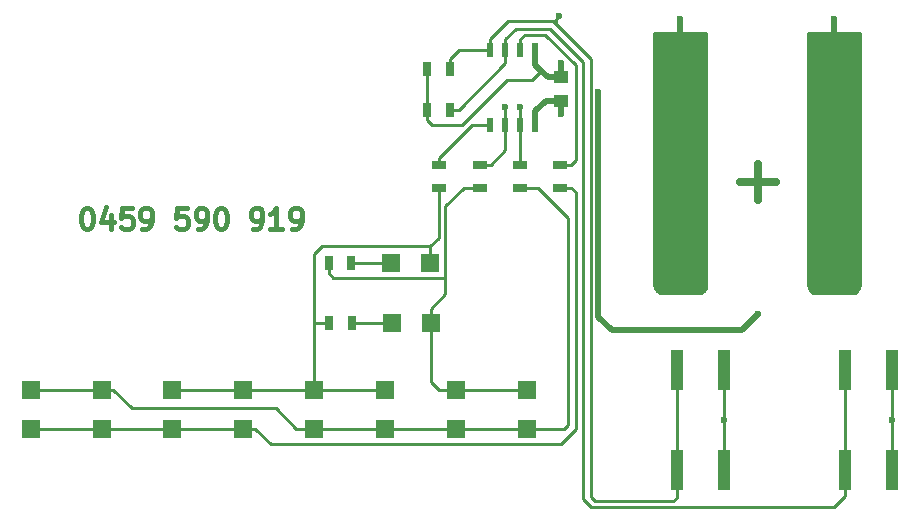
<source format=gbr>
G04 #@! TF.FileFunction,Copper,L1,Top,Signal*
%FSLAX46Y46*%
G04 Gerber Fmt 4.6, Leading zero omitted, Abs format (unit mm)*
G04 Created by KiCad (PCBNEW 4.0.7) date 07/08/18 18:21:33*
%MOMM*%
%LPD*%
G01*
G04 APERTURE LIST*
%ADD10C,0.100000*%
%ADD11C,0.700000*%
%ADD12C,0.400000*%
%ADD13R,1.500000X1.500000*%
%ADD14R,1.250000X1.000000*%
%ADD15R,0.700000X1.300000*%
%ADD16R,1.300000X0.700000*%
%ADD17R,0.508000X1.143000*%
%ADD18R,1.000000X3.500000*%
%ADD19C,0.600000*%
%ADD20C,0.250000*%
%ADD21C,0.500000*%
%ADD22C,0.254000*%
G04 APERTURE END LIST*
D10*
D11*
X127024191Y-78771714D02*
X130071810Y-78771714D01*
X128548000Y-80295524D02*
X128548000Y-77247905D01*
D12*
X71701332Y-80968167D02*
X71867999Y-80968167D01*
X72034665Y-81051500D01*
X72117999Y-81134833D01*
X72201332Y-81301500D01*
X72284665Y-81634833D01*
X72284665Y-82051500D01*
X72201332Y-82384833D01*
X72117999Y-82551500D01*
X72034665Y-82634833D01*
X71867999Y-82718167D01*
X71701332Y-82718167D01*
X71534665Y-82634833D01*
X71451332Y-82551500D01*
X71367999Y-82384833D01*
X71284665Y-82051500D01*
X71284665Y-81634833D01*
X71367999Y-81301500D01*
X71451332Y-81134833D01*
X71534665Y-81051500D01*
X71701332Y-80968167D01*
X73784666Y-81551500D02*
X73784666Y-82718167D01*
X73367999Y-80884833D02*
X72951332Y-82134833D01*
X74034666Y-82134833D01*
X75534666Y-80968167D02*
X74701333Y-80968167D01*
X74617999Y-81801500D01*
X74701333Y-81718167D01*
X74867999Y-81634833D01*
X75284666Y-81634833D01*
X75451333Y-81718167D01*
X75534666Y-81801500D01*
X75617999Y-81968167D01*
X75617999Y-82384833D01*
X75534666Y-82551500D01*
X75451333Y-82634833D01*
X75284666Y-82718167D01*
X74867999Y-82718167D01*
X74701333Y-82634833D01*
X74617999Y-82551500D01*
X76451333Y-82718167D02*
X76784666Y-82718167D01*
X76951333Y-82634833D01*
X77034666Y-82551500D01*
X77201333Y-82301500D01*
X77284666Y-81968167D01*
X77284666Y-81301500D01*
X77201333Y-81134833D01*
X77118000Y-81051500D01*
X76951333Y-80968167D01*
X76618000Y-80968167D01*
X76451333Y-81051500D01*
X76368000Y-81134833D01*
X76284666Y-81301500D01*
X76284666Y-81718167D01*
X76368000Y-81884833D01*
X76451333Y-81968167D01*
X76618000Y-82051500D01*
X76951333Y-82051500D01*
X77118000Y-81968167D01*
X77201333Y-81884833D01*
X77284666Y-81718167D01*
X80201333Y-80968167D02*
X79368000Y-80968167D01*
X79284666Y-81801500D01*
X79368000Y-81718167D01*
X79534666Y-81634833D01*
X79951333Y-81634833D01*
X80118000Y-81718167D01*
X80201333Y-81801500D01*
X80284666Y-81968167D01*
X80284666Y-82384833D01*
X80201333Y-82551500D01*
X80118000Y-82634833D01*
X79951333Y-82718167D01*
X79534666Y-82718167D01*
X79368000Y-82634833D01*
X79284666Y-82551500D01*
X81118000Y-82718167D02*
X81451333Y-82718167D01*
X81618000Y-82634833D01*
X81701333Y-82551500D01*
X81868000Y-82301500D01*
X81951333Y-81968167D01*
X81951333Y-81301500D01*
X81868000Y-81134833D01*
X81784667Y-81051500D01*
X81618000Y-80968167D01*
X81284667Y-80968167D01*
X81118000Y-81051500D01*
X81034667Y-81134833D01*
X80951333Y-81301500D01*
X80951333Y-81718167D01*
X81034667Y-81884833D01*
X81118000Y-81968167D01*
X81284667Y-82051500D01*
X81618000Y-82051500D01*
X81784667Y-81968167D01*
X81868000Y-81884833D01*
X81951333Y-81718167D01*
X83034667Y-80968167D02*
X83201334Y-80968167D01*
X83368000Y-81051500D01*
X83451334Y-81134833D01*
X83534667Y-81301500D01*
X83618000Y-81634833D01*
X83618000Y-82051500D01*
X83534667Y-82384833D01*
X83451334Y-82551500D01*
X83368000Y-82634833D01*
X83201334Y-82718167D01*
X83034667Y-82718167D01*
X82868000Y-82634833D01*
X82784667Y-82551500D01*
X82701334Y-82384833D01*
X82618000Y-82051500D01*
X82618000Y-81634833D01*
X82701334Y-81301500D01*
X82784667Y-81134833D01*
X82868000Y-81051500D01*
X83034667Y-80968167D01*
X85784667Y-82718167D02*
X86118000Y-82718167D01*
X86284667Y-82634833D01*
X86368000Y-82551500D01*
X86534667Y-82301500D01*
X86618000Y-81968167D01*
X86618000Y-81301500D01*
X86534667Y-81134833D01*
X86451334Y-81051500D01*
X86284667Y-80968167D01*
X85951334Y-80968167D01*
X85784667Y-81051500D01*
X85701334Y-81134833D01*
X85618000Y-81301500D01*
X85618000Y-81718167D01*
X85701334Y-81884833D01*
X85784667Y-81968167D01*
X85951334Y-82051500D01*
X86284667Y-82051500D01*
X86451334Y-81968167D01*
X86534667Y-81884833D01*
X86618000Y-81718167D01*
X88284667Y-82718167D02*
X87284667Y-82718167D01*
X87784667Y-82718167D02*
X87784667Y-80968167D01*
X87618001Y-81218167D01*
X87451334Y-81384833D01*
X87284667Y-81468167D01*
X89118001Y-82718167D02*
X89451334Y-82718167D01*
X89618001Y-82634833D01*
X89701334Y-82551500D01*
X89868001Y-82301500D01*
X89951334Y-81968167D01*
X89951334Y-81301500D01*
X89868001Y-81134833D01*
X89784668Y-81051500D01*
X89618001Y-80968167D01*
X89284668Y-80968167D01*
X89118001Y-81051500D01*
X89034668Y-81134833D01*
X88951334Y-81301500D01*
X88951334Y-81718167D01*
X89034668Y-81884833D01*
X89118001Y-81968167D01*
X89284668Y-82051500D01*
X89618001Y-82051500D01*
X89784668Y-81968167D01*
X89868001Y-81884833D01*
X89951334Y-81718167D01*
D13*
X97562400Y-90678000D03*
X100862400Y-90678000D03*
D14*
X111887000Y-69882000D03*
X111887000Y-71882000D03*
D15*
X100589000Y-72644000D03*
X102489000Y-72644000D03*
X100589000Y-69215000D03*
X102489000Y-69215000D03*
D16*
X105029000Y-79248000D03*
X105029000Y-77348000D03*
X108458000Y-79248000D03*
X108458000Y-77348000D03*
X101552500Y-79243000D03*
X101552500Y-77343000D03*
X111823500Y-79243000D03*
X111823500Y-77343000D03*
D17*
X109728000Y-73914000D03*
X108458000Y-73914000D03*
X107188000Y-73914000D03*
X105918000Y-73914000D03*
X105918000Y-67564000D03*
X107188000Y-67564000D03*
X108458000Y-67564000D03*
X109728000Y-67564000D03*
D13*
X97000000Y-99650000D03*
X97000000Y-96350000D03*
X109000000Y-96350000D03*
X109000000Y-99650000D03*
X103000000Y-99650000D03*
X103000000Y-96350000D03*
X91000000Y-96350000D03*
X91000000Y-99650000D03*
X85000000Y-96350000D03*
X85000000Y-99650000D03*
X79000000Y-99650000D03*
X79000000Y-96350000D03*
X73000000Y-96350000D03*
X73000000Y-99650000D03*
X67000000Y-99650000D03*
X67000000Y-96350000D03*
D15*
X92232400Y-85598000D03*
X94132400Y-85598000D03*
X94168000Y-90678000D03*
X92268000Y-90678000D03*
D13*
X97538000Y-85598000D03*
X100838000Y-85598000D03*
D18*
X121698000Y-103167000D03*
X125698000Y-103167000D03*
X121698000Y-94667000D03*
X125698000Y-94667000D03*
X135906000Y-103167000D03*
X139906000Y-103167000D03*
X135906000Y-94667000D03*
X139906000Y-94667000D03*
D19*
X111887000Y-68707000D03*
X115062000Y-71120000D03*
X128587500Y-89979490D03*
X139906000Y-98933000D03*
X125698000Y-98933000D03*
X111887000Y-73025000D03*
X122000000Y-65000000D03*
X135000000Y-65000000D03*
X111760000Y-64719188D03*
X108458000Y-72390000D03*
X107188000Y-72390032D03*
D20*
X100589000Y-72644000D02*
X100589000Y-73538000D01*
X100589000Y-73538000D02*
X100965000Y-73914000D01*
X100965000Y-73914000D02*
X103505000Y-73914000D01*
X109474000Y-70104000D02*
X110236000Y-69342000D01*
X103505000Y-73914000D02*
X107315000Y-70104000D01*
X107315000Y-70104000D02*
X109474000Y-70104000D01*
D21*
X109728000Y-68834000D02*
X110236000Y-69342000D01*
X110236000Y-69342000D02*
X110776000Y-69882000D01*
X111887000Y-69882000D02*
X111887000Y-68707000D01*
X109728000Y-67881500D02*
X109728000Y-68834000D01*
X110776000Y-69882000D02*
X111728500Y-69882000D01*
D20*
X111728500Y-69882000D02*
X111887000Y-69882000D01*
X109728000Y-67564000D02*
X109728000Y-67881500D01*
D21*
X100584000Y-69151500D02*
X100589000Y-69156500D01*
D20*
X100589000Y-69156500D02*
X100589000Y-72644000D01*
D21*
X115062000Y-71120000D02*
X115062000Y-90170000D01*
X115062000Y-90170000D02*
X116205000Y-91313000D01*
X127253990Y-91313000D02*
X128587500Y-89979490D01*
X116205000Y-91313000D02*
X127253990Y-91313000D01*
X100584000Y-69215000D02*
X100589000Y-69220000D01*
D20*
X139906000Y-99949000D02*
X139906000Y-103167000D01*
X139906000Y-94667000D02*
X139906000Y-99949000D01*
X139906000Y-99949000D02*
X139906000Y-98933000D01*
X125698000Y-99060000D02*
X125698000Y-103167000D01*
X125698000Y-94667000D02*
X125698000Y-99060000D01*
X125698000Y-99060000D02*
X125698000Y-98933000D01*
D21*
X111887000Y-71882000D02*
X111887000Y-73025000D01*
X111760000Y-71882000D02*
X110617000Y-71882000D01*
X110617000Y-71882000D02*
X109728000Y-72771000D01*
X109728000Y-72771000D02*
X109728000Y-73914000D01*
D20*
X111887000Y-71882000D02*
X111762000Y-71882000D01*
X109730000Y-73914000D02*
X109728000Y-73914000D01*
D21*
X122000000Y-65000000D02*
X122000000Y-67200000D01*
X135000000Y-65424264D02*
X135000000Y-66500000D01*
X135000000Y-65000000D02*
X135000000Y-65424264D01*
D20*
X112268000Y-72136000D02*
X112268000Y-71723000D01*
X100711000Y-90932000D02*
X100888800Y-91109800D01*
X100888800Y-91109800D02*
X100888800Y-95681800D01*
X100888800Y-95681800D02*
X101557000Y-96350000D01*
X101557000Y-96350000D02*
X103000000Y-96350000D01*
X102108000Y-80835500D02*
X102108000Y-86868000D01*
X102108000Y-86868000D02*
X102108000Y-88265000D01*
X92232400Y-85598000D02*
X92232400Y-86498000D01*
X92232400Y-86498000D02*
X92602400Y-86868000D01*
X92602400Y-86868000D02*
X102108000Y-86868000D01*
X105029000Y-79248000D02*
X103695500Y-79248000D01*
X102108000Y-88265000D02*
X100862400Y-89510600D01*
X100862400Y-89510600D02*
X100862400Y-90678000D01*
X103695500Y-79248000D02*
X102108000Y-80835500D01*
X109000000Y-96350000D02*
X103000000Y-96350000D01*
X108458000Y-79248000D02*
X109982000Y-79248000D01*
X109982000Y-79248000D02*
X112522000Y-81788000D01*
X112522000Y-99314000D02*
X112141000Y-99695000D01*
X112522000Y-81788000D02*
X112522000Y-99314000D01*
X112141000Y-99695000D02*
X109045000Y-99695000D01*
X109045000Y-99695000D02*
X109000000Y-99650000D01*
X87755000Y-97915000D02*
X89490000Y-99650000D01*
X89490000Y-99650000D02*
X91000000Y-99650000D01*
X75565000Y-97915000D02*
X87755000Y-97915000D01*
X73000000Y-96350000D02*
X74000000Y-96350000D01*
X74000000Y-96350000D02*
X75565000Y-97915000D01*
X67000000Y-96350000D02*
X73000000Y-96350000D01*
X97000000Y-99650000D02*
X91000000Y-99650000D01*
X103000000Y-99650000D02*
X97000000Y-99650000D01*
X109000000Y-99650000D02*
X103000000Y-99650000D01*
X100838000Y-84201000D02*
X101536500Y-83502500D01*
X101536500Y-83502500D02*
X101536500Y-79259000D01*
X101536500Y-79259000D02*
X101552500Y-79243000D01*
X100838000Y-84201000D02*
X91694000Y-84201000D01*
X100838000Y-85598000D02*
X100838000Y-84201000D01*
X101252500Y-79243000D02*
X101552500Y-79243000D01*
X91389200Y-90678000D02*
X91072000Y-90678000D01*
X91072000Y-90678000D02*
X91000000Y-90750000D01*
X91000000Y-90750000D02*
X91000000Y-91067200D01*
X91000000Y-90365000D02*
X91000000Y-90750000D01*
X91389200Y-90678000D02*
X91313000Y-90678000D01*
X91694000Y-84201000D02*
X91000000Y-84895000D01*
X91000000Y-84895000D02*
X91000000Y-90365000D01*
X91000000Y-96350000D02*
X91000000Y-91067200D01*
X91389200Y-90678000D02*
X92268000Y-90678000D01*
X91000000Y-96350000D02*
X97000000Y-96350000D01*
X85000000Y-96350000D02*
X91000000Y-96350000D01*
X100838000Y-85598000D02*
X100965000Y-85471000D01*
X79000000Y-96350000D02*
X97000000Y-96350000D01*
X111823500Y-79243000D02*
X112771000Y-79243000D01*
X112771000Y-79243000D02*
X113157000Y-79629000D01*
X113157000Y-79629000D02*
X113157000Y-99695000D01*
X113157000Y-99695000D02*
X111887000Y-100965000D01*
X111887000Y-100965000D02*
X87315000Y-100965000D01*
X87315000Y-100965000D02*
X86000000Y-99650000D01*
X86000000Y-99650000D02*
X85000000Y-99650000D01*
X79000000Y-99650000D02*
X85000000Y-99650000D01*
X73000000Y-99650000D02*
X79000000Y-99650000D01*
X68000000Y-99650000D02*
X73000000Y-99650000D01*
X111574500Y-79243000D02*
X111823500Y-79243000D01*
X67000000Y-99650000D02*
X68000000Y-99650000D01*
X97538000Y-85598000D02*
X96538000Y-85598000D01*
X96538000Y-85598000D02*
X94132400Y-85598000D01*
X97562400Y-90678000D02*
X94168000Y-90678000D01*
X111810800Y-65709800D02*
X114427000Y-68326000D01*
X114427000Y-68326000D02*
X114427000Y-105410000D01*
X114427000Y-105410000D02*
X114808000Y-105791000D01*
X114808000Y-105791000D02*
X121412000Y-105791000D01*
X121412000Y-105791000D02*
X121698000Y-105505000D01*
X121698000Y-105505000D02*
X121698000Y-103167000D01*
X121698000Y-94667000D02*
X121698000Y-103167000D01*
X105918000Y-67564000D02*
X105918000Y-66675000D01*
X105918000Y-66675000D02*
X107442006Y-65150994D01*
X107442006Y-65150994D02*
X109093000Y-65150994D01*
X109093000Y-65150994D02*
X111251994Y-65150994D01*
X105918000Y-67564000D02*
X103251000Y-67564000D01*
X103251000Y-67564000D02*
X102489000Y-68326000D01*
X102489000Y-68326000D02*
X102489000Y-69215000D01*
X111251994Y-65150994D02*
X111810800Y-65709800D01*
X111460001Y-65019187D02*
X111460001Y-65359001D01*
X111460001Y-65359001D02*
X111810800Y-65709800D01*
X111460001Y-65019187D02*
X111760000Y-64719188D01*
X111328194Y-65150994D02*
X111460001Y-65019187D01*
X111251994Y-65150994D02*
X111328194Y-65150994D01*
X108458000Y-73914000D02*
X108458000Y-72390000D01*
X108458000Y-77348000D02*
X108267500Y-77157500D01*
X108458000Y-77157500D02*
X108458000Y-73914000D01*
X108458000Y-73914000D02*
X108458000Y-74168000D01*
X107188000Y-73914000D02*
X107188000Y-72390032D01*
X105029000Y-77348000D02*
X105929000Y-77348000D01*
X105929000Y-77348000D02*
X107188000Y-76089000D01*
X107188000Y-76089000D02*
X107188000Y-74735500D01*
X107188000Y-74735500D02*
X107188000Y-73914000D01*
X107188000Y-74739500D02*
X107188000Y-74735500D01*
X113791999Y-104495600D02*
X113791999Y-105648000D01*
X113791999Y-105648000D02*
X114442999Y-106299000D01*
X114442999Y-106299000D02*
X135001000Y-106299000D01*
X135001000Y-106299000D02*
X135906000Y-105394000D01*
X135906000Y-105394000D02*
X135906000Y-103167000D01*
X135906000Y-94667000D02*
X135906000Y-103167000D01*
X107188000Y-67564000D02*
X107188000Y-66675000D01*
X107188000Y-66675000D02*
X108077000Y-65786000D01*
X108077000Y-65786000D02*
X110998000Y-65786000D01*
X110998000Y-65786000D02*
X113791999Y-68579999D01*
X113791999Y-68579999D02*
X113791999Y-74205414D01*
X113791999Y-74205414D02*
X113791999Y-104495600D01*
X102489000Y-72644000D02*
X103251000Y-72644000D01*
X103251000Y-72644000D02*
X107188000Y-68707000D01*
X107188000Y-68707000D02*
X107188000Y-67564000D01*
X113791999Y-104495600D02*
X113791999Y-104648000D01*
X107188000Y-67564000D02*
X107188000Y-67691000D01*
X101552500Y-77343000D02*
X101552500Y-76755500D01*
X101552500Y-76755500D02*
X104394000Y-73914000D01*
X104394000Y-73914000D02*
X105918000Y-73914000D01*
X108458000Y-67564000D02*
X108458000Y-66675000D01*
X108458000Y-66675000D02*
X108838998Y-66294002D01*
X108838998Y-66294002D02*
X110549004Y-66294002D01*
X112712500Y-77343000D02*
X111823500Y-77343000D01*
X110549004Y-66294002D02*
X113157000Y-68901998D01*
X113157000Y-68901998D02*
X113157000Y-76898500D01*
X113157000Y-76898500D02*
X112712500Y-77343000D01*
D22*
G36*
X124198000Y-87470257D02*
X124139402Y-87764848D01*
X123989377Y-87989377D01*
X123764848Y-88139402D01*
X123470257Y-88198000D01*
X120529743Y-88198000D01*
X120235152Y-88139402D01*
X120010623Y-87989377D01*
X119860598Y-87764848D01*
X119802000Y-87470257D01*
X119802000Y-66127000D01*
X124198000Y-66127000D01*
X124198000Y-87470257D01*
X124198000Y-87470257D01*
G37*
X124198000Y-87470257D02*
X124139402Y-87764848D01*
X123989377Y-87989377D01*
X123764848Y-88139402D01*
X123470257Y-88198000D01*
X120529743Y-88198000D01*
X120235152Y-88139402D01*
X120010623Y-87989377D01*
X119860598Y-87764848D01*
X119802000Y-87470257D01*
X119802000Y-66127000D01*
X124198000Y-66127000D01*
X124198000Y-87470257D01*
G36*
X137198000Y-87470257D02*
X137139402Y-87764848D01*
X136989377Y-87989377D01*
X136764848Y-88139402D01*
X136470257Y-88198000D01*
X133529743Y-88198000D01*
X133235152Y-88139402D01*
X133010623Y-87989377D01*
X132860598Y-87764848D01*
X132802000Y-87470257D01*
X132802000Y-66127000D01*
X137198000Y-66127000D01*
X137198000Y-87470257D01*
X137198000Y-87470257D01*
G37*
X137198000Y-87470257D02*
X137139402Y-87764848D01*
X136989377Y-87989377D01*
X136764848Y-88139402D01*
X136470257Y-88198000D01*
X133529743Y-88198000D01*
X133235152Y-88139402D01*
X133010623Y-87989377D01*
X132860598Y-87764848D01*
X132802000Y-87470257D01*
X132802000Y-66127000D01*
X137198000Y-66127000D01*
X137198000Y-87470257D01*
M02*

</source>
